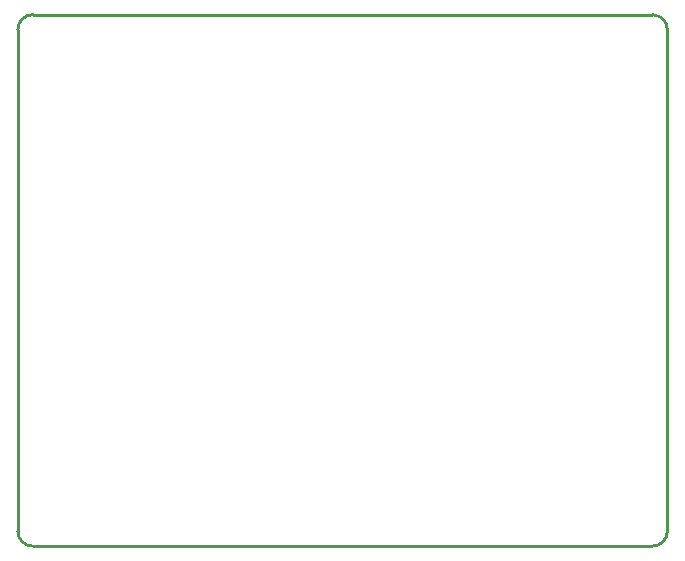
<source format=gbr>
%TF.GenerationSoftware,Altium Limited,Altium Designer,24.2.2 (26)*%
G04 Layer_Color=16711935*
%FSLAX45Y45*%
%MOMM*%
%TF.SameCoordinates,D2FE35CC-22CD-4169-9643-A2803306E4A1*%
%TF.FilePolarity,Positive*%
%TF.FileFunction,Other,Mechanical_1*%
%TF.Part,Single*%
G01*
G75*
%TA.AperFunction,NonConductor*%
%ADD26C,0.25400*%
D26*
X5500000Y4373000D02*
G03*
X5373000Y4500000I-127000J0D01*
G01*
Y0D02*
G03*
X5500000Y127000I0J127000D01*
G01*
X127000Y4500000D02*
G03*
X0Y4373000I0J-127000D01*
G01*
Y127000D02*
G03*
X127000Y0I127000J0D01*
G01*
X5373000D01*
X127000Y4500000D02*
X5373000D01*
X5500000Y127000D02*
Y4373000D01*
X0Y127000D02*
Y4373000D01*
%TF.MD5,f638b54e8915010f11cd79a4fb79562f*%
M02*

</source>
